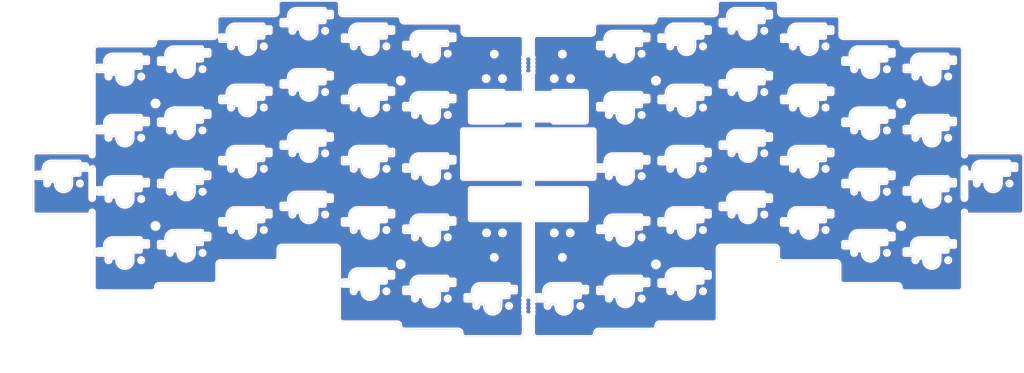
<source format=kicad_pcb>
(kicad_pcb (version 20211014) (generator pcbnew)
  (layers (0 "F.Cu" signal) (31 "B.Cu" signal) (34 "B.Paste" user) (35 "F.Paste" user) (36 "B.SilkS" user "B.Silkscreen") (37 "F.SilkS" user "F.Silkscreen") (38 "B.Mask" user) (39 "F.Mask" user) (44 "Edge.Cuts" user))
  (net 0 "")
  (footprint "jiran-ble-lite:underplate_cutout_1x1" (layer "F.Cu") (at 139.056877 109.215423))
  (footprint "jiran-ble-lite:underplate_cutout_1x1" (layer "F.Cu") (at 294.56865 133.096))
  (footprint "jiran-ble-lite:underplate_cutout_1x1" (layer "F.Cu") (at 256.46865 171.196))
  (footprint "jiran-ble-lite:underplate_cutout_1x1" (layer "F.Cu") (at 177.156877 116.327423))
  (footprint "jiran-ble-lite:underplate_cutout_1x1" (layer "F.Cu") (at 177.156877 97.277423))
  (footprint "jiran-ble-lite:underplate_cutout_1x1" (layer "F.Cu") (at 158.106877 114.041423))
  (footprint "jiran-ble-lite:underplate_cutout_1x1" (layer "F.Cu") (at 332.66865 104.394))
  (footprint "jiran-ble-lite:underplate_cutout_1x1" (layer "F.Cu") (at 332.66865 161.544))
  (footprint "jiran-ble-lite:underplate_cutout_1x1" (layer "F.Cu") (at 177.156877 135.377423))
  (footprint "jiran-ble-lite:underplate_cutout_1x1" (layer "F.Cu") (at 313.61865 121.158))
  (footprint "jiran-ble-lite:underplate_cutout_1x1" (layer "F.Cu") (at 100.956877 102.103423))
  (footprint "jiran-ble-lite:underplate_cutout_1x1" (layer "F.Cu") (at 256.46865 133.096))
  (footprint "jiran-ble-lite:underplate_cutout_1x1" (layer "F.Cu") (at 237.41865 135.382))
  (footprint "jiran-ble-lite:underplate_cutout_1x1" (layer "F.Cu") (at 158.106877 94.991423))
  (footprint "jiran-ble-lite:underplate_cutout_1x1" (layer "F.Cu") (at 196.206877 175.763423))
  (footprint "jiran-ble-lite:underplate_cutout_1x1" (layer "F.Cu") (at 120.006877 114.041423))
  (footprint "jiran-ble-lite:Panel_2x5" (layer "F.Cu") (at 207.298827 100.782623 90))
  (footprint "jiran-ble-lite:underplate_cutout_1x1" (layer "F.Cu") (at 237.41865 116.332))
  (footprint "jiran-ble-lite:underplate_cutout_1x1" (layer "F.Cu") (at 313.61865 140.208))
  (footprint "jiran-ble-lite:underplate_cutout_1x1" (layer "F.Cu") (at 275.51865 128.27))
  (footprint "jiran-ble-lite:underplate_cutout_1x1" (layer "F.Cu") (at 81.906877 123.439423))
  (footprint "jiran-ble-lite:underplate_cutout_1x1" (layer "F.Cu") (at 275.51865 147.32))
  (footprint "jiran-ble-lite:underplate_cutout_1x1" (layer "F.Cu") (at 237.41865 97.282))
  (footprint "jiran-ble-lite:Panel_2x5" (layer "F.Cu") (at 207.298827 175.763423 90))
  (footprint "jiran-ble-lite:underplate_cutout_1x1" (layer "F.Cu") (at 139.056877 128.265423))
  (footprint "jiran-ble-lite:underplate_cutout_1x1" (layer "F.Cu") (at 275.51865 109.22))
  (footprint "jiran-ble-lite:underplate_cutout_1x1" (layer "F.Cu") (at 100.956877 159.253423))
  (footprint "jiran-ble-lite:underplate_cutout_1x1" (layer "F.Cu") (at 62.856877 137.663423))
  (footprint "jiran-ble-lite:underplate_cutout_1x1" (layer "F.Cu") (at 313.61865 159.258))
  (footprint "jiran-ble-lite:breakoff-cutout" (layer "F.Cu") (at 342.820027 137.665423))
  (footprint "jiran-ble-lite:underplate_cutout_1x1" (layer "F.Cu") (at 237.41865 173.482))
  (footprint "jiran-ble-lite:underplate_cutout_1x1" (layer "F.Cu") (at 275.51865 90.17))
  (footprint "jiran-ble-lite:underplate_cutout_1x1" (layer "F.Cu") (at 294.56865 94.996))
  (footprint "jiran-ble-lite:Hole_Mount_M2" (layer "F.Cu") (at 91.431877 112.771423))
  (footprint "jiran-ble-lite:underplate_cutout_1x1" (layer "F.Cu") (at 120.006877 133.091423))
  (footprint "jiran-ble-lite:underplate_cutout_1x1" (layer "F.Cu") (at 177.156877 173.477423))
  (footprint "jiran-ble-lite:underplate_cutout_1x1" (layer "F.Cu") (at 237.41865 154.432))
  (footprint "jiran-ble-lite:Hole_Mount_M2" (layer "F.Cu") (at 167.631877 162.809423))
  (footprint "jiran-ble-lite:underplate_cutout_1x1" (layer "F.Cu") (at 81.906877 104.389423))
  (footprint "jiran-ble-lite:underplate_cutout_1x1" (layer "F.Cu") (at 332.66865 142.494))
  (footprint "jiran-ble-lite:underplate_cutout_1x1" (layer "F.Cu") (at 158.106877 152.141423))
  (footprint "jiran-ble-lite:underplate_cutout_1x1" (layer "F.Cu") (at 158.106877 133.091423))
  (footprint "jiran-ble-lite:underplate_cutout_1x1" (layer "F.Cu") (at 294.56865 114.046))
  (footprint "jiran-ble-lite:underplate_cutout_1x1" (layer "F.Cu") (at 81.906877 161.539423))
  (footprint "jiran-ble-lite:underplate_cutout_1x1" (layer "F.Cu") (at 313.61865 102.108))
  (footprint "jiran-ble-lite:underplate_cutout_1x1" (layer "F.Cu") (at 351.71865 137.668))
  (footprint "jiran-ble-lite:breakoff-cutout" (layer "F.Cu") (at 71.739027 137.663423))
  (footprint "jiran-ble-lite:underplate_cutout_1x1" (layer "F.Cu") (at 177.156877 154.427423))
  (footprint "jiran-ble-lite:underplate_cutout_1x1" (layer "F.Cu") (at 332.66865 123.444))
  (footprint "jiran-ble-lite:underplate_cutout_1x1" (layer "F.Cu") (at 218.36865 175.768))
  (footprint "jiran-ble-lite:underplate_cutout_1x1" (layer "F.Cu") (at 256.46865 152.146))
  (footprint "jiran-ble-lite:underplate_cutout_1x1" (layer "F.Cu") (at 139.056877 90.165423))
  (footprint "jiran-ble-lite:underplate_cutout_1x1" (layer "F.Cu") (at 81.906877 142.489423))
  (footprint "jiran-ble-lite:underplate_cutout_1x1" (layer "F.Cu") (at 120.006877 152.141423))
  (footprint "jiran-ble-lite:underplate_cutout_1x1" (layer "F.Cu") (at 100.956877 121.153423))
  (footprint "jiran-ble-lite:underplate_cutout_1x1" (layer "F.Cu") (at 120.006877 94.991423))
  (footprint "jiran-ble-lite:Hole_Mount_M2" (layer "F.Cu") (at 91.431877 150.871423))
  (footprint "jiran-ble-lite:underplate_cutout_1x1" (layer "F.Cu") (at 256.46865 94.996))
  (footprint "jiran-ble-lite:underplate_cutout_1x1" (layer "F.Cu") (at 256.46865 114.046))
  (footprint "jiran-ble-lite:underplate_cutout_1x1" (layer "F.Cu") (at 294.56865 152.146))
  (footprint "jiran-ble-lite:Hole_Mount_M2" (layer "F.Cu") (at 167.631877 105.659423))
  (footprint "jiran-ble-lite:underplate_cutout_1x1" (layer "F.Cu") (at 158.106877 171.191423))
  (footprint "jiran-ble-lite:underplate_cutout_1x1" (layer "F.Cu") (at 139.056877 147.315423))
  (footprint "jiran-ble-lite:underplate_cutout_1x1" (layer "F.Cu") (at 100.956877 140.203423))
  (footprint "jiran-ble-lite:Hole_Mount_M2" (layer "B.Cu") (at 323.14365 112.776 180))
  (footprint "jiran-ble-lite:Hole_Mount_M2" (layer "B.Cu") (at 246.94365 162.814 180))
  (footprint "jiran-ble-lite:Hole_Mount_M2" (layer "B.Cu") (at 323.14365 150.876 180))
  (footprint "jiran-ble-lite:Hole_Mount_M2" (layer "B.Cu") (at 246.94365 105.664 180))
  (gr_arc (start 188.960027 109.342423) (mid 189.146307 108.895196) (end 189.594987 108.712443) (layer "Edge.Cuts") (width 0.1))
  (gr_arc (start 343.463654 128.778) (mid 343.64964 128.32899) (end 344.09865 128.143004) (layer "Edge.Cuts") (width 0.1))
  (gr_line (start 205.731877 103.576623) (end 208.84365 103.576623) (layer "Edge.Cuts") (width 0.1))
  (gr_line (start 205.731877 184.145423) (end 205.724027 178.557423) (layer "Edge.Cuts") (width 0.1))
  (gr_line (start 225.6155 109.347) (end 225.6155 118.237) (layer "Edge.Cuts") (width 0.1))
  (gr_line (start 208.8515 138.43) (end 208.8515 136.906) (layer "Edge.Cuts") (width 0.1))
  (gr_arc (start 361.24365 146.05) (mid 360.908873 146.858223) (end 360.10065 147.193) (layer "Edge.Cuts") (width 0.1))
  (gr_line (start 209.3595 136.398) (end 227.5205 136.398) (layer "Edge.Cuts") (width 0.1))
  (gr_arc (start 129.531877 160.523423) (mid 129.1971 161.331646) (end 128.388877 161.666423) (layer "Edge.Cuts") (width 0.1))
  (gr_arc (start 283.90065 156.845) (mid 284.708873 157.179777) (end 285.04365 157.988) (layer "Edge.Cuts") (width 0.1))
  (gr_line (start 342.193661 128.777999) (end 342.19365 96.012) (layer "Edge.Cuts") (width 0.1))
  (gr_arc (start 302.95065 161.671) (mid 303.758873 162.005777) (end 304.09365 162.814) (layer "Edge.Cuts") (width 0.1))
  (gr_arc (start 324.28665 94.869) (mid 323.478427 94.534223) (end 323.14365 93.726) (layer "Edge.Cuts") (width 0.1))
  (gr_line (start 186.547027 121.153423) (end 186.547027 135.885423) (layer "Edge.Cuts") (width 0.1))
  (gr_line (start 208.84365 120.142) (end 208.84365 118.75) (layer "Edge.Cuts") (width 0.1))
  (gr_circle (center 220.4085 105.029) (end 219.5195 105.029) (layer "Edge.Cuts") (width 0.1) (fill none))
  (gr_arc (start 187.824877 185.288423) (mid 187.016654 184.953646) (end 186.681877 184.145423) (layer "Edge.Cuts") (width 0.1))
  (gr_arc (start 199.755027 118.613423) (mid 199.680632 118.793028) (end 199.501027 118.867423) (layer "Edge.Cuts") (width 0.1))
  (gr_line (start 344.09865 147.193) (end 360.10065 147.193) (layer "Edge.Cuts") (width 0.1))
  (gr_line (start 129.531877 81.783423) (end 129.531877 84.323423) (layer "Edge.Cuts") (width 0.1))
  (gr_arc (start 205.223877 118.237423) (mid 205.583087 118.386213) (end 205.731877 118.745423) (layer "Edge.Cuts") (width 0.1))
  (gr_line (start 209.98665 185.293) (end 226.75065 185.293) (layer "Edge.Cuts") (width 0.1))
  (gr_arc (start 147.438877 80.640423) (mid 148.2471 80.9752) (end 148.581877 81.783423) (layer "Edge.Cuts") (width 0.1))
  (gr_arc (start 149.724877 180.716423) (mid 148.916654 180.381646) (end 148.581877 179.573423) (layer "Edge.Cuts") (width 0.1))
  (gr_arc (start 225.6155 118.237) (mid 225.432747 118.68568) (end 224.98552 118.87196) (layer "Edge.Cuts") (width 0.1))
  (gr_line (start 187.824877 91.562423) (end 204.588877 91.562423) (layer "Edge.Cuts") (width 0.1))
  (gr_arc (start 110.481877 86.609423) (mid 110.816654 85.8012) (end 111.624877 85.466423) (layer "Edge.Cuts") (width 0.1))
  (gr_line (start 148.581877 157.983423) (end 148.581877 179.573423) (layer "Edge.Cuts") (width 0.1))
  (gr_arc (start 209.98665 185.293) (mid 209.178427 184.958223) (end 208.84365 184.15) (layer "Edge.Cuts") (width 0.1))
  (gr_arc (start 129.531877 157.983423) (mid 129.866654 157.1752) (end 130.674877 156.840423) (layer "Edge.Cuts") (width 0.1))
  (gr_arc (start 91.431877 93.721423) (mid 91.766654 92.9132) (end 92.574877 92.578423) (layer "Edge.Cuts") (width 0.1))
  (gr_arc (start 187.055027 136.393423) (mid 186.695817 136.244633) (end 186.547027 135.885423) (layer "Edge.Cuts") (width 0.1))
  (gr_line (start 205.223877 118.237423) (end 200.009027 118.237423) (layer "Edge.Cuts") (width 0.1))
  (gr_line (start 166.488877 85.466423) (end 149.724877 85.466423) (layer "Edge.Cuts") (width 0.1))
  (gr_arc (start 209.35165 109.342) (mid 208.99244 109.19321) (end 208.84365 108.834) (layer "Edge.Cuts") (width 0.1))
  (gr_line (start 208.873627 172.969423) (end 208.8515 149.733) (layer "Edge.Cuts") (width 0.1))
  (gr_arc (start 246.94365 86.614) (mid 246.608873 87.422223) (end 245.80065 87.757) (layer "Edge.Cuts") (width 0.1))
  (gr_line (start 188.960027 139.441423) (end 188.960027 148.712423) (layer "Edge.Cuts") (width 0.1))
  (gr_arc (start 214.8205 109.088) (mid 214.746105 109.267605) (end 214.5665 109.342) (layer "Edge.Cuts") (width 0.1))
  (gr_line (start 341.05065 94.869) (end 324.28665 94.869) (layer "Edge.Cuts") (width 0.1))
  (gr_line (start 264.85065 85.471) (end 248.08665 85.471) (layer "Edge.Cuts") (width 0.1))
  (gr_arc (start 324.28665 171.069) (mid 323.478427 170.734223) (end 323.14365 169.926) (layer "Edge.Cuts") (width 0.1))
  (gr_arc (start 129.531877 84.323423) (mid 129.1971 85.131646) (end 128.388877 85.466423) (layer "Edge.Cuts") (width 0.1))
  (gr_arc (start 129.531877 81.783423) (mid 129.866654 80.9752) (end 130.674877 80.640423) (layer "Edge.Cuts") (width 0.1))
  (gr_line (start 265.99365 81.788) (end 265.99365 84.328) (layer "Edge.Cuts") (width 0.1))
  (gr_circle (center 199.247027 105.024423) (end 200.136027 105.024423) (layer "Edge.Cuts") (width 0.1) (fill none))
  (gr_arc (start 227.5205 120.65) (mid 227.87971 120.79879) (end 228.0285 121.158) (layer "Edge.Cuts") (width 0.1))
  (gr_arc (start 71.111873 146.553427) (mid 70.925887 147.002437) (end 70.476877 147.188423) (layer "Edge.Cuts") (width 0.1))
  (gr_line (start 205.724027 136.901423) (end 205.724027 138.425423) (layer "Edge.Cuts") (width 0.1))
  (gr_arc (start 225.1075 138.938) (mid 225.46671 139.08679) (end 225.6155 139.446) (layer "Edge.Cuts") (width 0.1))
  (gr_line (start 109.338877 92.578423) (end 92.574877 92.578423) (layer "Edge.Cuts") (width 0.1))
  (gr_arc (start 205.731877 108.829423) (mid 205.583087 109.188633) (end 205.223877 109.337423) (layer "Edge.Cuts") (width 0.1))
  (gr_arc (start 91.431877 169.921423) (mid 91.766654 169.1132) (end 92.574877 168.778423) (layer "Edge.Cuts") (width 0.1))
  (gr_arc (start 110.481877 162.809423) (mid 110.816654 162.0012) (end 111.624877 161.666423) (layer "Edge.Cuts") (width 0.1))
  (gr_line (start 265.99365 179.578) (end 265.99365 157.988) (layer "Edge.Cuts") (width 0.1))
  (gr_line (start 205.731877 118.745423) (end 205.731877 120.137423) (layer "Edge.Cuts") (width 0.1))
  (gr_line (start 199.755027 108.961423) (end 199.755027 109.083423) (layer "Edge.Cuts") (width 0.1))
  (gr_arc (start 110.481877 167.635423) (mid 110.1471 168.443646) (end 109.338877 168.778423) (layer "Edge.Cuts") (width 0.1))
  (gr_line (start 199.501027 118.867423) (end 189.590007 118.867383) (layer "Edge.Cuts") (width 0.1))
  (gr_line (start 228.0285 135.89) (end 228.0285 121.158) (layer "Edge.Cuts") (width 0.1))
  (gr_line (start 305.23665 168.783) (end 322.00065 168.783) (layer "Edge.Cuts") (width 0.1))
  (gr_line (start 189.594987 108.712443) (end 199.501027 108.707423) (layer "Edge.Cuts") (width 0.1))
  (gr_line (start 229.03665 183.007) (end 245.80065 183.007) (layer "Edge.Cuts") (width 0.1))
  (gr_line (start 208.84365 92.71) (end 208.848227 97.975423) (layer "Edge.Cuts") (width 0.1))
  (gr_arc (start 147.438877 156.840423) (mid 148.2471 157.1752) (end 148.581877 157.983423) (layer "Edge.Cuts") (width 0.1))
  (gr_arc (start 286.18665 161.671) (mid 285.378427 161.336223) (end 285.04365 160.528) (layer "Edge.Cuts") (width 0.1))
  (gr_arc (start 188.960027 139.441423) (mid 189.108817 139.082213) (end 189.468027 138.933423) (layer "Edge.Cuts") (width 0.1))
  (gr_arc (start 186.547027 121.153423) (mid 186.695817 120.794213) (end 187.055027 120.645423) (layer "Edge.Cuts") (width 0.1))
  (gr_line (start 208.84365 108.834) (end 208.84365 103.576623) (layer "Edge.Cuts") (width 0.1))
  (gr_arc (start 246.94365 181.864) (mid 247.278427 181.055777) (end 248.08665 180.721) (layer "Edge.Cuts") (width 0.1))
  (gr_arc (start 265.99365 179.578) (mid 265.658873 180.386223) (end 264.85065 180.721) (layer "Edge.Cuts") (width 0.1))
  (gr_arc (start 71.746869 145.918431) (mid 72.195879 146.104417) (end 72.381865 146.553427) (layer "Edge.Cuts") (width 0.1))
  (gr_line (start 209.3595 138.938) (end 225.1075 138.938) (layer "Edge.Cuts") (width 0.1))
  (gr_arc (start 342.828658 145.923008) (mid 343.277668 146.108994) (end 343.463654 146.558004) (layer "Edge.Cuts") (width 0.1))
  (gr_arc (start 91.431877 169.921423) (mid 91.0971 170.729646) (end 90.288877 171.064423) (layer "Edge.Cuts") (width 0.1))
  (gr_line (start 72.381865 146.553427) (end 72.381877 169.921423) (layer "Edge.Cuts") (width 0.1))
  (gr_arc (start 185.538877 183.002423) (mid 186.3471 183.3372) (end 186.681877 184.145423) (layer "Edge.Cuts") (width 0.1))
  (gr_arc (start 205.731877 184.145423) (mid 205.3971 184.953646) (end 204.588877 185.288423) (layer "Edge.Cuts") (width 0.1))
  (gr_arc (start 73.524877 171.064423) (mid 72.716654 170.729646) (end 72.381877 169.921423) (layer "Edge.Cuts") (width 0.1))
  (gr_line (start 110.481877 167.635423) (end 110.481877 162.809423) (layer "Edge.Cuts") (width 0.1))
  (gr_line (start 324.28665 171.069) (end 341.05065 171.069) (layer "Edge.Cuts") (width 0.1))
  (gr_arc (start 208.8515 136.906) (mid 209.00029 136.54679) (end 209.3595 136.398) (layer "Edge.Cuts") (width 0.1))
  (gr_line (start 227.5205 120.65) (end 209.35165 120.65) (layer "Edge.Cuts") (width 0.1))
  (gr_arc (start 110.481877 91.435423) (mid 110.1471 92.243646) (end 109.338877 92.578423) (layer "Edge.Cuts") (width 0.1))
  (gr_line (start 147.438877 80.640423) (end 130.674877 80.640423) (layer "Edge.Cuts") (width 0.1))
  (gr_line (start 248.08665 180.721) (end 264.85065 180.721) (layer "Edge.Cuts") (width 0.1))
  (gr_arc (start 228.0285 135.89) (mid 227.87971 136.24921) (end 227.5205 136.398) (layer "Edge.Cuts") (width 0.1))
  (gr_line (start 285.04365 84.328) (end 285.04365 81.788) (layer "Edge.Cuts") (width 0.1))
  (gr_arc (start 227.89365 90.424) (mid 227.558873 91.232223) (end 226.75065 91.567) (layer "Edge.Cuts") (width 0.1))
  (gr_circle (center 217.8685 160.655) (end 216.9795 160.655) (layer "Edge.Cuts") (width 0.1) (fill none))
  (gr_arc (start 168.774877 183.002423) (mid 167.966654 182.667646) (end 167.631877 181.859423) (layer "Edge.Cuts") (width 0.1))
  (gr_arc (start 343.463654 128.778) (mid 343.277668 129.22701) (end 342.828658 129.412996) (layer "Edge.Cuts") (width 0.1))
  (gr_line (start 225.6155 148.717) (end 225.6155 139.446) (layer "Edge.Cuts") (width 0.1))
  (gr_line (start 209.3595 149.225) (end 225.1075 149.225) (layer "Edge.Cuts") (width 0.1))
  (gr_arc (start 341.05065 94.869) (mid 341.858873 95.203777) (end 342.19365 96.012) (layer "Edge.Cuts") (width 0.1))
  (gr_circle (center 196.707027 97.404423) (end 197.596027 97.404423) (layer "Edge.Cuts") (width 0.1) (fill none))
  (gr_arc (start 322.00065 92.583) (mid 322.808873 92.917777) (end 323.14365 93.726) (layer "Edge.Cuts") (width 0.1))
  (gr_line (start 185.538877 87.752423) (end 168.774877 87.752423) (layer "Edge.Cuts") (width 0.1))
  (gr_arc (start 205.216027 136.393423) (mid 205.575237 136.542213) (end 205.724027 136.901423) (layer "Edge.Cuts") (width 0.1))
  (gr_arc (start 209.35165 120.65) (mid 208.99244 120.50121) (end 208.84365 120.142) (layer "Edge.Cuts") (width 0.1))
  (gr_arc (start 214.8205 108.966) (mid 214.894895 108.786395) (end 215.0745 108.712) (layer "Edge.Cuts") (width 0.1))
  (gr_line (start 188.960027 118.232423) (end 188.960027 109.342423) (layer "Edge.Cuts") (width 0.1))
  (gr_arc (start 283.90065 80.645) (mid 284.708873 80.979777) (end 285.04365 81.788) (layer "Edge.Cuts") (width 0.1))
  (gr_line (start 360.10065 128.143) (end 344.09865 128.143004) (layer "Edge.Cuts") (width 0.1))
  (gr_arc (start 72.381866 128.773422) (mid 72.19588 129.222432) (end 71.74687 129.408418) (layer "Edge.Cuts") (width 0.1))
  (gr_arc (start 53.331877 129.281423) (mid 53.666654 128.4732) (end 54.474877 128.138423) (layer "Edge.Cuts") (width 0.1))
  (gr_line (start 205.731877 103.576623) (end 205.731877 108.829423) (layer "Edge.Cuts") (width 0.1))
  (gr_arc (start 149.724877 85.466423) (mid 148.916654 85.131646) (end 148.581877 84.323423) (layer "Edge.Cuts") (width 0.1))
  (gr_arc (start 71.746869 129.408419) (mid 71.297859 129.222433) (end 71.111873 128.773423) (layer "Edge.Cuts") (width 0.1))
  (gr_line (start 189.468027 138.933423) (end 205.216027 138.933423) (layer "Edge.Cuts") (width 0.1))
  (gr_line (start 283.90065 80.645) (end 267.13665 80.645) (layer "Edge.Cuts") (width 0.1))
  (gr_line (start 214.8205 109.088) (end 214.8205 108.966) (layer "Edge.Cuts") (width 0.1))
  (gr_arc (start 189.468027 149.220423) (mid 189.108817 149.071633) (end 188.960027 148.712423) (layer "Edge.Cuts") (width 0.1))
  (gr_line (start 205.223877 109.337423) (end 200.009027 109.337423) (layer "Edge.Cuts") (width 0.1))
  (gr_line (start 54.474877 147.188423) (end 70.476877 147.188423) (layer "Edge.Cuts") (width 0.1))
  (gr_arc (start 265.99365 81.788) (mid 266.328427 80.979777) (end 267.13665 80.645) (layer "Edge.Cuts") (width 0.1))
  (gr_circle (center 199.247027 153.030423) (end 200.136027 153.030423) (layer "Edge.Cuts") (width 0.1) (fill none))
  (gr_line (start 187.055027 136.393423) (end 205.216027 136.393423) (layer "Edge.Cuts") (width 0.1))
  (gr_line (start 205.740027 97.975423) (end 208.848227 97.975423) (layer "Edge.Cuts") (width 0.1))
  (gr_arc (start 302.95065 85.471) (mid 303.758873 85.805777) (end 304.09365 86.614) (layer "Edge.Cuts") (width 0.1))
  (gr_line (start 361.24365 146.05) (end 361.24365 129.286) (layer "Edge.Cuts") (width 0.1))
  (gr_circle (center 196.707027 160.650423) (end 197.596027 160.650423) (layer "Edge.Cuts") (width 0.1) (fill none))
  (gr_line (start 214.5665 109.342) (end 209.35165 109.342) (layer "Edge.Cuts") (width 0.1))
  (gr_line (start 215.0745 108.712) (end 224.98054 108.71702) (layer "Edge.Cuts") (width 0.1))
  (gr_arc (start 342.193662 146.558004) (mid 342.379648 146.108994) (end 342.828658 145.923008) (layer "Edge.Cuts") (width 0.1))
  (gr_line (start 92.574877 168.778423) (end 109.338877 168.778423) (layer "Edge.Cuts") (width 0.1))
  (gr_circle (center 194.294027 153.030423) (end 195.183027 153.030423) (layer "Edge.Cuts") (width 0.1) (fill none))
  (gr_line (start 73.524877 171.064423) (end 90.288877 171.064423) (layer "Edge.Cuts") (width 0.1))
  (gr_arc (start 227.89365 88.9) (mid 228.228427 88.091777) (end 229.03665 87.757) (layer "Edge.Cuts") (width 0.1))
  (gr_line (start 214.8205 118.618) (end 214.8205 118.496) (layer "Edge.Cuts") (width 0.1))
  (gr_circle (center 194.167027 105.024423) (end 195.056027 105.024423) (layer "Edge.Cuts") (width 0.1) (fill none))
  (gr_arc (start 342.828657 129.412995) (mid 342.379647 129.227009) (end 342.193661 128.777999) (layer "Edge.Cuts") (width 0.1))
  (gr_arc (start 227.89365 184.15) (mid 228.228427 183.341777) (end 229.03665 183.007) (layer "Edge.Cuts") (width 0.1))
  (gr_circle (center 220.2815 153.035) (end 219.3925 153.035) (layer "Edge.Cuts") (width 0.1) (fill none))
  (gr_arc (start 185.538877 87.752423) (mid 186.3471 88.0872) (end 186.681877 88.895423) (layer "Edge.Cuts") (width 0.1))
  (gr_line (start 90.288877 94.864423) (end 73.524877 94.864423) (layer "Edge.Cuts") (width 0.1))
  (gr_arc (start 204.588877 91.562423) (mid 205.3971 91.8972) (end 205.731877 92.705423) (layer "Edge.Cuts") (width 0.1))
  (gr_arc (start 227.89365 184.15) (mid 227.558873 184.958223) (end 226.75065 185.293) (layer "Edge.Cuts") (width 0.1))
  (gr_line (start 267.13665 156.845) (end 283.90065 156.845) (layer "Edge.Cuts") (width 0.1))
  (gr_line (start 70.476877 128.138427) (end 54.474877 128.138423) (layer "Edge.Cuts") (width 0.1))
  (gr_line (start 342.19365 169.926) (end 342.193662 146.558004) (layer "Edge.Cuts") (width 0.1))
  (gr_arc (start 342.19365 169.926) (mid 341.858873 170.734223) (end 341.05065 171.069) (layer "Edge.Cuts") (width 0.1))
  (gr_line (start 199.755027 118.491423) (end 199.755027 118.613423) (layer "Edge.Cuts") (width 0.1))
  (gr_arc (start 208.84365 92.71) (mid 209.178427 91.901777) (end 209.98665 91.567) (layer "Edge.Cuts") (width 0.1))
  (gr_arc (start 166.488877 85.466423) (mid 167.2971 85.8012) (end 167.631877 86.609423) (layer "Edge.Cuts") (width 0.1))
  (gr_line (start 53.331877 129.281423) (end 53.331877 146.045423) (layer "Edge.Cuts") (width 0.1))
  (gr_arc (start 322.00065 168.783) (mid 322.808873 169.117777) (end 323.14365 169.926) (layer "Edge.Cuts") (width 0.1))
  (gr_line (start 304.09365 91.44) (end 304.09365 86.614) (layer "Edge.Cuts") (width 0.1))
  (gr_arc (start 246.94365 86.614) (mid 247.278427 85.805777) (end 248.08665 85.471) (layer "Edge.Cuts") (width 0.1))
  (gr_arc (start 224.98054 108.71702) (mid 225.42922 108.899773) (end 225.6155 109.347) (layer "Edge.Cuts") (width 0.1))
  (gr_line (start 189.468027 149.220423) (end 205.216027 149.220423) (layer "Edge.Cuts") (width 0.1))
  (gr_arc (start 305.23665 92.583) (mid 304.428427 92.248223) (end 304.09365 91.44) (layer "Edge.Cuts") (width 0.1))
  (gr_line (start 214.5665 118.242) (end 209.35165 118.242) (layer "Edge.Cuts") (width 0.1))
  (gr_arc (start 70.476877 128.138427) (mid 70.925887 128.324413) (end 71.111873 128.773423) (layer "Edge.Cuts") (width 0.1))
  (gr_circle (center 215.3285 105.029) (end 214.4395 105.029) (layer "Edge.Cuts") (width 0.1) (fill none))
  (gr_line (start 129.531877 160.523423) (end 129.531877 157.983423) (layer "Edge.Cuts") (width 0.1))
  (gr_line (start 168.774877 183.002423) (end 185.538877 183.002423) (layer "Edge.Cuts") (width 0.1))
  (gr_circle (center 215.3285 153.035) (end 214.4395 153.035) (layer "Edge.Cuts") (width 0.1) (fill none))
  (gr_arc (start 166.488877 180.716423) (mid 167.2971 181.0512) (end 167.631877 181.859423) (layer "Edge.Cuts") (width 0.1))
  (gr_circle (center 217.8685 97.409) (end 216.9795 97.409) (layer "Edge.Cuts") (width 0.1) (fill none))
  (gr_arc (start 168.774877 87.752423) (mid 167.966654 87.417646) (end 167.631877 86.609423) (layer "Edge.Cuts") (width 0.1))
  (gr_arc (start 215.0745 118.872) (mid 214.894895 118.797605) (end 214.8205 118.618) (layer "Edge.Cuts") (width 0.1))
  (gr_arc (start 205.724027 138.425423) (mid 205.575237 138.784633) (end 205.216027 138.933423) (layer "Edge.Cuts") (width 0.1))
  (gr_arc (start 286.18665 85.471) (mid 285.378427 85.136223) (end 285.04365 84.328) (layer "Edge.Cuts") (width 0.1))
  (gr_line (start 72.381877 96.007423) (end 72.381866 128.773422) (layer "Edge.Cuts") (width 0.1))
  (gr_line (start 285.04365 157.988) (end 285.04365 160.528) (layer "Edge.Cuts") (width 0.1))
  (gr_arc (start 209.3595 138.938) (mid 209.00029 138.78921) (end 208.8515 138.43) (layer "Edge.Cuts") (width 0.1))
  (gr_line (start 187.824877 185.288423) (end 204.588877 185.288423) (layer "Edge.Cuts") (width 0.1))
  (gr_line (start 322.00065 92.583) (end 305.23665 92.583) (layer "Edge.Cuts") (width 0.1))
  (gr_line (start 111.624877 161.666423) (end 128.388877 161.666423) (layer "Edge.Cuts") (width 0.1))
  (gr_arc (start 246.94365 181.864) (mid 246.608873 182.672223) (end 245.80065 183.007) (layer "Edge.Cuts") (width 0.1))
  (gr_arc (start 199.755027 118.491423) (mid 199.829422 118.311818) (end 200.009027 118.237423) (layer "Edge.Cuts") (width 0.1))
  (gr_line (start 130.674877 156.840423) (end 147.438877 156.840423) (layer "Edge.Cuts") (width 0.1))
  (gr_arc (start 225.6155 148.717) (mid 225.46671 149.07621) (end 225.1075 149.225) (layer "Edge.Cuts") (width 0.1))
  (gr_line (start 205.223877 120.645423) (end 187.055027 120.645423) (layer "Edge.Cuts") (width 0.1))
  (gr_line (start 110.481877 86.609423) (end 110.481877 91.435423) (layer "Edge.Cuts") (width 0.1))
  (gr_arc (start 214.5665 118.242) (mid 214.746105 118.316395) (end 214.8205 118.496) (layer "Edge.Cuts") (width 0.1))
  (gr_line (start 245.80065 87.757) (end 229.03665 87.757) (layer "Edge.Cuts") (width 0.1))
  (gr_arc (start 208.8515 149.733) (mid 209.00029 149.37379) (end 209.3595 149.225) (layer "Edge.Cuts") (width 0.1))
  (gr_line (start 148.581877 84.323423) (end 148.581877 81.783423) (layer "Edge.Cuts") (width 0.1))
  (gr_line (start 227.89365 90.424) (end 227.89365 88.9) (layer "Edge.Cuts") (width 0.1))
  (gr_arc (start 208.84365 118.75) (mid 208.99244 118.39079) (end 209.35165 118.242) (layer "Edge.Cuts") (width 0.1))
  (gr_arc (start 72.381877 96.007423) (mid 72.716654 95.1992) (end 73.524877 94.864423) (layer "Edge.Cuts") (width 0.1))
  (gr_arc (start 189.590007 118.867383) (mid 189.14278 118.681103) (end 188.960027 118.232423) (layer "Edge.Cuts") (width 0.1))
  (gr_arc (start 344.09865 147.193) (mid 343.64964 147.007014) (end 343.463654 146.558004) (layer "Edge.Cuts") (width 0.1))
  (gr_arc (start 205.731877 120.137423) (mid 205.583087 120.496633) (end 205.223877 120.645423) (layer "Edge.Cuts") (width 0.1))
  (gr_line (start 209.98665 91.567) (end 226.75065 91.567) (layer "Edge.Cuts") (width 0.1))
  (gr_arc (start 360.10065 128.143) (mid 360.908873 128.477777) (end 361.24365 129.286) (layer "Edge.Cuts") (width 0.1))
  (gr_arc (start 199.501027 108.707423) (mid 199.680632 108.781818) (end 199.755027 108.961423) (layer "Edge.Cuts") (width 0.1))
  (gr_arc (start 71.111873 146.553427) (mid 71.297859 146.104417) (end 71.746869 145.918431) (layer "Edge.Cuts") (width 0.1))
  (gr_arc (start 91.431877 93.721423) (mid 91.0971 94.529646) (end 90.288877 94.864423) (layer "Edge.Cuts") (width 0.1))
  (gr_line (start 128.388877 85.466423) (end 111.624877 85.466423) (layer "Edge.Cuts") (width 0.1))
  (gr_arc (start 200.009027 109.337423) (mid 199.829422 109.263028) (end 199.755027 109.083423) (layer "Edge.Cuts") (width 0.1))
  (gr_line (start 186.681877 88.895423) (end 186.681877 90.419423) (layer "Edge.Cuts") (width 0.1))
  (gr_arc (start 265.99365 157.988) (mid 266.328427 157.179777) (end 267.13665 156.845) (layer "Edge.Cuts") (width 0.1))
  (gr_line (start 205.724027 149.728423) (end 205.724027 172.969423) (layer "Edge.Cuts") (width 0.1))
  (gr_arc (start 305.23665 168.783) (mid 304.428427 168.448223) (end 304.09365 167.64) (layer "Edge.Cuts") (width 0.1))
  (gr_line (start 224.98552 118.87196) (end 215.0745 118.872) (layer "Edge.Cuts") (width 0.1))
  (gr_line (start 208.8515 178.557423) (end 208.84365 184.15) (layer "Edge.Cuts") (width 0.1))
  (gr_line (start 286.18665 161.671) (end 302.95065 161.671) (layer "Edge.Cuts") (width 0.1))
  (gr_arc (start 205.216027 149.220423) (mid 205.575237 149.369213) (end 205.724027 149.728423) (layer "Edge.Cuts") (width 0.1))
  (gr_line (start 205.724027 178.557423) (end 208.8515 178.557423) (layer "Edge.Cuts") (width 0.1))
  (gr_arc (start 265.99365 84.328) (mid 265.658873 85.136223) (end 264.85065 85.471) (layer "Edge.Cuts") (width 0.1))
  (gr_line (start 302.95065 85.471) (end 286.18665 85.471) (layer "Edge.Cuts") (width 0.1))
  (gr_line (start 205.731877 92.705423) (end 205.740027 97.975423) (layer "Edge.Cuts") (width 0.1))
  (gr_line (start 149.724877 180.716423) (end 166.488877 180.716423) (layer "Edge.Cuts") (width 0.1))
  (gr_arc (start 54.474877 147.188423) (mid 53.666654 146.853646) (end 53.331877 146.045423) (layer "Edge.Cuts") (width 0.1))
  (gr_line (start 205.724027 172.969423) (end 208.873627 172.969423) (layer "Edge.Cuts") (width 0.1))
  (gr_line (start 304.09365 162.814) (end 304.09365 167.64) (layer "Edge.Cuts") (width 0.1))
  (gr_arc (start 187.824877 91.562423) (mid 187.016654 91.227646) (end 186.681877 90.419423) (layer "Edge.Cuts") (width 0.1))
  (zone (net 0) (net_name "") (layer "F.Cu") (connect_pads (clearance 0.508)) (min_thickness 0.254) (fill yes (thermal_gap 0.508) (thermal_bridge_width 0.508))
    (polygon (pts (xy 148.599427 85.441023) (xy 167.624027 85.466423) (xy 167.624027 87.752423) (xy 186.699427 87.777823) (xy 186.699427 91.537023) (xy 227.898227 91.537023) (xy 227.898227 87.777823) (xy 246.948227 87.752423) (xy 246.948227 85.491823) (xy 265.998227 85.466423) (xy 265.998227 80.665823) (xy 285.022827 80.665823) (xy 285.048227 85.466423) (xy 304.098227 85.466423) (xy 304.072827 92.603823) (xy 323.148227 92.578423) (xy 323.148227 94.864423) (xy 342.198227 94.889823) (xy 342.198227 128.138423) (xy 361.248227 128.138423) (xy 361.248227 147.188423) (xy 342.198227 147.188423) (xy 342.198227 171.064423) (xy 323.148227 171.064423) (xy 323.148227 168.778423) (xy 304.098227 168.778423) (xy 304.098227 161.666423) (xy 285.048227 161.666423) (xy 285.048227 156.865823) (xy 265.998227 156.840423) (xy 265.998227 180.716423) (xy 246.948227 180.716423) (xy 246.948227 183.002423) (xy 227.898227 183.002423) (xy 227.898227 185.288423) (xy 208.848227 185.288423) (xy 208.848227 178.557423) (xy 205.724027 178.557423) (xy 205.724027 185.288423) (xy 186.674027 185.288423) (xy 186.674027 183.002423) (xy 167.624027 183.002423) (xy 167.624027 180.716423) (xy 148.574027 180.716423) (xy 148.574027 156.840423) (xy 129.549427 156.840423) (xy 129.524027 161.666423) (xy 110.499427 161.666423) (xy 110.474027 168.778423) (xy 91.449427 168.778423) (xy 91.449427 171.064423) (xy 72.374027 171.064423) (xy 72.374027 147.188423) (xy 53.324027 147.188423) (xy 53.324027 128.138423) (xy 72.374027 128.138423) (xy 72.374027 94.864423) (xy 91.424027 94.864423) (xy 91.424027 92.578423) (xy 110.474027 92.578423) (xy 110.474027 85.466423) (xy 129.524027 85.466423) (xy 129.524027 80.640423) (xy 148.599427 80.640423)))
  )
  (zone (net 0) (net_name "") (layer "B.Cu") (connect_pads (clearance 0.508)) (min_thickness 0.254) (fill yes (thermal_gap 0.508) (thermal_bridge_width 0.508))
    (polygon (pts (xy 148.599427 85.441023) (xy 167.624027 85.466423) (xy 167.624027 87.752423) (xy 186.699427 87.777823) (xy 186.699427 91.537023) (xy 227.898227 91.537023) (xy 227.898227 87.777823) (xy 246.948227 87.752423) (xy 246.948227 85.491823) (xy 265.998227 85.466423) (xy 265.998227 80.665823) (xy 285.022827 80.665823) (xy 285.048227 85.466423) (xy 304.098227 85.466423) (xy 304.072827 92.603823) (xy 323.148227 92.578423) (xy 323.148227 94.864423) (xy 342.198227 94.889823) (xy 342.198227 128.138423) (xy 361.248227 128.138423) (xy 361.248227 147.188423) (xy 342.198227 147.188423) (xy 342.198227 171.064423) (xy 323.148227 171.064423) (xy 323.148227 168.778423) (xy 304.098227 168.778423) (xy 304.098227 161.666423) (xy 285.048227 161.666423) (xy 285.048227 156.865823) (xy 265.998227 156.840423) (xy 265.998227 180.716423) (xy 246.948227 180.716423) (xy 246.948227 183.002423) (xy 227.898227 183.002423) (xy 227.898227 185.288423) (xy 208.848227 185.288423) (xy 208.848227 178.557423) (xy 205.724027 178.557423) (xy 205.724027 185.288423) (xy 186.674027 185.288423) (xy 186.674027 183.002423) (xy 167.624027 183.002423) (xy 167.624027 180.716423) (xy 148.574027 180.716423) (xy 148.574027 156.840423) (xy 129.549427 156.840423) (xy 129.524027 161.666423) (xy 110.499427 161.666423) (xy 110.474027 168.778423) (xy 91.449427 168.778423) (xy 91.449427 171.064423) (xy 72.374027 171.064423) (xy 72.374027 147.188423) (xy 53.324027 147.188423) (xy 53.324027 128.138423) (xy 72.374027 128.138423) (xy 72.374027 94.864423) (xy 91.424027 94.864423) (xy 91.424027 92.578423) (xy 110.474027 92.578423) (xy 110.474027 85.466423) (xy 129.524027 85.466423) (xy 129.524027 80.640423) (xy 148.599427 80.640423)))
  )
)
</source>
